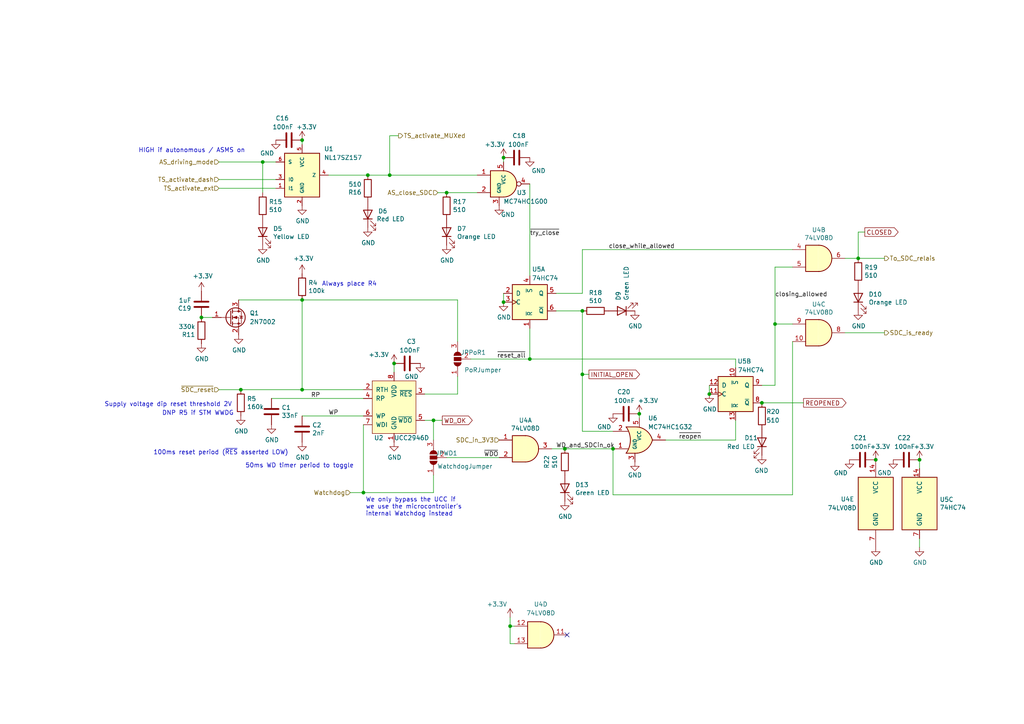
<source format=kicad_sch>
(kicad_sch (version 20211123) (generator eeschema)
  (paper "A4")
  (title_block (title "SDCL - Non-Programmable Logic") (date "2021-12-16") (rev "v1.0") (company "FaSTTUBe - Formula Student Team TU Berlin") (comment 1 "Car 113") (comment 2 "EBS Electronics") (comment 3 "Compliance for rule T 14.5.1 and T 14.5.2") (comment 4 "Hard-Wired logic for SDC relay latching and activation buttons"))
  (lib_symbols
    (symbol "74xx:74HC74" (pin_names (offset 1.016))
      (property "Reference" "U" (at -7.62 8.89 0))
      (property "Value" "74HC74" (at -7.62 -8.89 0))
      (symbol "74HC74_1_0"
        (pin input line (at 0 -7.62 90) (length 2.54) (name "~{R}") (number "1"))
        (pin input line (at -7.62 2.54 0) (length 2.54) (name "D") (number "2"))
        (pin input clock (at -7.62 0 0) (length 2.54) (name "C") (number "3"))
        (pin input line (at 0 7.62 270) (length 2.54) (name "~{S}") (number "4"))
        (pin output line (at 7.62 2.54 180) (length 2.54) (name "Q") (number "5"))
        (pin output line (at 7.62 -2.54 180) (length 2.54) (name "~{Q}") (number "6"))
      )
      (symbol "74HC74_1_1"
        (rectangle (start -5.08 5.08) (end 5.08 -5.08) (stroke (width 0.254)) (fill (type background)))
      )
      (symbol "74HC74_2_0"
        (pin input line (at 0 7.62 270) (length 2.54) (name "~{S}") (number "10"))
        (pin input clock (at -7.62 0 0) (length 2.54) (name "C") (number "11"))
        (pin input line (at -7.62 2.54 0) (length 2.54) (name "D") (number "12"))
        (pin input line (at 0 -7.62 90) (length 2.54) (name "~{R}") (number "13"))
        (pin output line (at 7.62 -2.54 180) (length 2.54) (name "~{Q}") (number "8"))
        (pin output line (at 7.62 2.54 180) (length 2.54) (name "Q") (number "9"))
      )
      (symbol "74HC74_2_1"
        (rectangle (start -5.08 5.08) (end 5.08 -5.08) (stroke (width 0.254)) (fill (type background)))
      )
      (symbol "74HC74_3_0"
        (pin power_in line (at 0 10.16 270) (length 2.54) (name "VCC") (number "14"))
        (pin power_in line (at 0 -10.16 90) (length 2.54) (name "GND") (number "7"))
      )
      (symbol "74HC74_3_1"
        (rectangle (start -5.08 7.62) (end 5.08 -7.62) (stroke (width 0.254)) (fill (type background)))
      )
    )
    (symbol "Custom:74LV08D" (pin_names (offset 1.016))
      (property "Reference" "U" (at 3.81 6.35 0))
      (property "Value" "74LV08D" (at 7.62 3.81 0))
      (symbol "74LV08D_1_1"
        (arc (start 0 -3.81) (mid 3.81 0) (end 0 3.81) (stroke (width 0.254)) (fill (type background)))
        (polyline (pts (xy 0 3.81) (xy -3.81 3.81) (xy -3.81 -3.81) (xy 0 -3.81)) (stroke (width 0.254)) (fill (type background)))
        (pin input line (at -7.62 2.54 0) (length 3.81) (name "~") (number "1"))
        (pin input line (at -7.62 -2.54 0) (length 3.81) (name "~") (number "2"))
        (pin output line (at 7.62 0 180) (length 3.81) (name "~") (number "3"))
      )
      (symbol "74LV08D_1_2"
        (arc (start -3.81 -3.81) (mid -2.589 0) (end -3.81 3.81) (stroke (width 0.254)))
        (arc (start -0.6096 -3.81) (mid 2.1842 -2.5851) (end 3.81 0) (stroke (width 0.254)) (fill (type background)))
        (polyline (pts (xy -3.81 -3.81) (xy -0.635 -3.81)) (stroke (width 0.254)) (fill (type background)))
        (polyline (pts (xy -3.81 3.81) (xy -0.635 3.81)) (stroke (width 0.254)) (fill (type background)))
        (polyline (pts (xy -0.635 3.81) (xy -3.81 3.81) (xy -3.81 3.81) (xy -3.556 3.4036) (xy -3.0226 2.2606) (xy -2.6924 1.0414) (xy -2.6162 -0.254) (xy -2.7686 -1.4986) (xy -3.175 -2.7178) (xy -3.81 -3.81) (xy -3.81 -3.81) (xy -0.635 -3.81)) (stroke (width -25.4)) (fill (type background)))
        (arc (start 3.81 0) (mid 2.1915 2.5936) (end -0.6096 3.81) (stroke (width 0.254)) (fill (type background)))
        (pin input inverted (at -7.62 2.54 0) (length 4.318) (name "~") (number "1"))
        (pin input inverted (at -7.62 -2.54 0) (length 4.318) (name "~") (number "2"))
        (pin output inverted (at 7.62 0 180) (length 3.81) (name "~") (number "3"))
      )
      (symbol "74LV08D_2_1"
        (arc (start 0 -3.81) (mid 3.81 0) (end 0 3.81) (stroke (width 0.254)) (fill (type background)))
        (polyline (pts (xy 0 3.81) (xy -3.81 3.81) (xy -3.81 -3.81) (xy 0 -3.81)) (stroke (width 0.254)) (fill (type background)))
        (pin input line (at -7.62 2.54 0) (length 3.81) (name "~") (number "4"))
        (pin input line (at -7.62 -2.54 0) (length 3.81) (name "~") (number "5"))
        (pin output line (at 7.62 0 180) (length 3.81) (name "~") (number "6"))
      )
      (symbol "74LV08D_2_2"
        (arc (start -3.81 -3.81) (mid -2.589 0) (end -3.81 3.81) (stroke (width 0.254)))
        (arc (start -0.6096 -3.81) (mid 2.1842 -2.5851) (end 3.81 0) (stroke (width 0.254)) (fill (type background)))
        (polyline (pts (xy -3.81 -3.81) (xy -0.635 -3.81)) (stroke (width 0.254)) (fill (type background)))
        (polyline (pts (xy -3.81 3.81) (xy -0.635 3.81)) (stroke (width 0.254)) (fill (type background)))
        (polyline (pts (xy -0.635 3.81) (xy -3.81 3.81) (xy -3.81 3.81) (xy -3.556 3.4036) (xy -3.0226 2.2606) (xy -2.6924 1.0414) (xy -2.6162 -0.254) (xy -2.7686 -1.4986) (xy -3.175 -2.7178) (xy -3.81 -3.81) (xy -3.81 -3.81) (xy -0.635 -3.81)) (stroke (width -25.4)) (fill (type background)))
        (arc (start 3.81 0) (mid 2.1915 2.5936) (end -0.6096 3.81) (stroke (width 0.254)) (fill (type background)))
        (pin input inverted (at -7.62 2.54 0) (length 4.318) (name "~") (number "4"))
        (pin input inverted (at -7.62 -2.54 0) (length 4.318) (name "~") (number "5"))
        (pin output inverted (at 7.62 0 180) (length 3.81) (name "~") (number "6"))
      )
      (symbol "74LV08D_3_1"
        (arc (start 0 -3.81) (mid 3.81 0) (end 0 3.81) (stroke (width 0.254)) (fill (type background)))
        (polyline (pts (xy 0 3.81) (xy -3.81 3.81) (xy -3.81 -3.81) (xy 0 -3.81)) (stroke (width 0.254)) (fill (type background)))
        (pin input line (at -7.62 -2.54 0) (length 3.81) (name "~") (number "10"))
        (pin output line (at 7.62 0 180) (length 3.81) (name "~") (number "8"))
        (pin input line (at -7.62 2.54 0) (length 3.81) (name "~") (number "9"))
      )
      (symbol "74LV08D_3_2"
        (arc (start -3.81 -3.81) (mid -2.589 0) (end -3.81 3.81) (stroke (width 0.254)))
        (arc (start -0.6096 -3.81) (mid 2.1842 -2.5851) (end 3.81 0) (stroke (width 0.254)) (fill (type background)))
        (polyline (pts (xy -3.81 -3.81) (xy -0.635 -3.81)) (stroke (width 0.254)) (fill (type background)))
        (polyline (pts (xy -3.81 3.81) (xy -0.635 3.81)) (stroke (width 0.254)) (fill (type background)))
        (polyline (pts (xy -0.635 3.81) (xy -3.81 3.81) (xy -3.81 3.81) (xy -3.556 3.4036) (xy -3.0226 2.2606) (xy -2.6924 1.0414) (xy -2.6162 -0.254) (xy -2.7686 -1.4986) (xy -3.175 -2.7178) (xy -3.81 -3.81) (xy -3.81 -3.81) (xy -0.635 -3.81)) (stroke (width -25.4)) (fill (type background)))
        (arc (start 3.81 0) (mid 2.1915 2.5936) (end -0.6096 3.81) (stroke (width 0.254)) (fill (type background)))
        (pin input inverted (at -7.62 -2.54 0) (length 4.318) (name "~") (number "10"))
        (pin output inverted (at 7.62 0 180) (length 3.81) (name "~") (number "8"))
        (pin input inverted (at -7.62 2.54 0) (length 4.318) (name "~") (number "9"))
      )
      (symbol "74LV08D_4_1"
        (arc (start 0 -3.81) (mid 3.81 0) (end 0 3.81) (stroke (width 0.254)) (fill (type background)))
        (polyline (pts (xy 0 3.81) (xy -3.81 3.81) (xy -3.81 -3.81) (xy 0 -3.81)) (stroke (width 0.254)) (fill (type background)))
        (pin output line (at 7.62 0 180) (length 3.81) (name "~") (number "11"))
        (pin input line (at -7.62 2.54 0) (length 3.81) (name "~") (number "12"))
        (pin input line (at -7.62 -2.54 0) (length 3.81) (name "~") (number "13"))
      )
      (symbol "74LV08D_4_2"
        (arc (start -3.81 -3.81) (mid -2.589 0) (end -3.81 3.81) (stroke (width 0.254)))
        (arc (start -0.6096 -3.81) (mid 2.1842 -2.5851) (end 3.81 0) (stroke (width 0.254)) (fill (type background)))
        (polyline (pts (xy -3.81 -3.81) (xy -0.635 -3.81)) (stroke (width 0.254)) (fill (type background)))
        (polyline (pts (xy -3.81 3.81) (xy -0.635 3.81)) (stroke (width 0.254)) (fill (type background)))
        (polyline (pts (xy -0.635 3.81) (xy -3.81 3.81) (xy -3.81 3.81) (xy -3.556 3.4036) (xy -3.0226 2.2606) (xy -2.6924 1.0414) (xy -2.6162 -0.254) (xy -2.7686 -1.4986) (xy -3.175 -2.7178) (xy -3.81 -3.81) (xy -3.81 -3.81) (xy -0.635 -3.81)) (stroke (width -25.4)) (fill (type background)))
        (arc (start 3.81 0) (mid 2.1915 2.5936) (end -0.6096 3.81) (stroke (width 0.254)) (fill (type background)))
        (pin output inverted (at 7.62 0 180) (length 3.81) (name "~") (number "11"))
        (pin input inverted (at -7.62 2.54 0) (length 4.318) (name "~") (number "12"))
        (pin input inverted (at -7.62 -2.54 0) (length 4.318) (name "~") (number "13"))
      )
      (symbol "74LV08D_5_0"
        (pin power_in line (at 0 12.7 270) (length 5.08) (name "VCC") (number "14"))
        (pin power_in line (at 0 -12.7 90) (length 5.08) (name "GND") (number "7"))
      )
      (symbol "74LV08D_5_1"
        (rectangle (start -5.08 7.62) (end 5.08 -7.62) (stroke (width 0.254)) (fill (type background)))
      )
    )
    (symbol "Custom:MC74HC1G00" (pin_names (offset 1.016))
      (property "Reference" "U" (at 1.27 7.62 0))
      (property "Value" "MC74HC1G00" (at 7.62 5.08 0))
      (symbol "MC74HC1G00_1_1"
        (arc (start 0 -3.81) (mid 3.81 0) (end 0 3.81) (stroke (width 0.254)) (fill (type background)))
        (polyline (pts (xy 0 3.81) (xy -3.81 3.81) (xy -3.81 -3.81) (xy 0 -3.81)) (stroke (width 0.254)) (fill (type background)))
        (pin input line (at -7.62 2.54 0) (length 3.81) (name "~") (number "1"))
        (pin input line (at -7.62 -2.54 0) (length 3.81) (name "~") (number "2"))
        (pin power_in line (at -1.27 -6.35 90) (length 2.54) (name "GND") (number "3"))
        (pin output inverted (at 7.62 0 180) (length 3.81) (name "~") (number "4"))
        (pin power_in line (at 0 6.35 270) (length 2.54) (name "VCC") (number "5"))
      )
      (symbol "MC74HC1G00_1_2"
        (arc (start -3.81 -3.81) (mid -2.589 0) (end -3.81 3.81) (stroke (width 0.254)))
        (arc (start -0.6096 -3.81) (mid 2.1842 -2.5851) (end 3.81 0) (stroke (width 0.254)) (fill (type background)))
        (polyline (pts (xy -3.81 -3.81) (xy -0.635 -3.81)) (stroke (width 0.254)) (fill (type background)))
        (polyline (pts (xy -3.81 3.81) (xy -0.635 3.81)) (stroke (width 0.254)) (fill (type background)))
        (polyline (pts (xy -0.635 3.81) (xy -3.81 3.81) (xy -3.81 3.81) (xy -3.556 3.4036) (xy -3.0226 2.2606) (xy -2.6924 1.0414) (xy -2.6162 -0.254) (xy -2.7686 -1.4986) (xy -3.175 -2.7178) (xy -3.81 -3.81) (xy -3.81 -3.81) (xy -0.635 -3.81)) (stroke (width -25.4)) (fill (type background)))
        (arc (start 3.81 0) (mid 2.1915 2.5936) (end -0.6096 3.81) (stroke (width 0.254)) (fill (type background)))
        (pin input inverted (at -7.62 2.54 0) (length 4.318) (name "~") (number "1"))
        (pin input inverted (at -7.62 -2.54 0) (length 4.318) (name "~") (number "2"))
        (pin output line (at 7.62 0 180) (length 3.81) (name "~") (number "3"))
      )
    )
    (symbol "Custom:MC74HC1G32" (pin_names (offset 1.016))
      (property "Reference" "U6" (at 2.54 6.35 0))
      (property "Value" "MC74HC1G32" (at 2.54 3.81 0))
      (symbol "MC74HC1G32_1_1"
        (arc (start -3.81 -3.81) (mid -2.589 0) (end -3.81 3.81) (stroke (width 0.254)))
        (arc (start -0.6096 -3.81) (mid 2.1842 -2.5851) (end 3.81 0) (stroke (width 0.254)) (fill (type background)))
        (polyline (pts (xy -3.81 -3.81) (xy -0.635 -3.81)) (stroke (width 0.254)) (fill (type background)))
        (polyline (pts (xy -3.81 3.81) (xy -0.635 3.81)) (stroke (width 0.254)) (fill (type background)))
        (polyline (pts (xy -0.635 3.81) (xy -3.81 3.81) (xy -3.81 3.81) (xy -3.556 3.4036) (xy -3.0226 2.2606) (xy -2.6924 1.0414) (xy -2.6162 -0.254) (xy -2.7686 -1.4986) (xy -3.175 -2.7178) (xy -3.81 -3.81) (xy -3.81 -3.81) (xy -0.635 -3.81)) (stroke (width -25.4)) (fill (type background)))
        (arc (start 3.81 0) (mid 2.1915 2.5936) (end -0.6096 3.81) (stroke (width 0.254)) (fill (type background)))
        (pin input line (at -7.62 -2.54 0) (length 4.318) (name "~") (number "1"))
        (pin input line (at -7.62 2.54 0) (length 4.318) (name "~") (number "2"))
        (pin power_in line (at -1.27 -6.35 90) (length 2.54) (name "GND") (number "3"))
        (pin output line (at 7.62 0 180) (length 3.81) (name "~") (number "4"))
        (pin power_in line (at 0 6.35 270) (length 2.54) (name "VCC") (number "5"))
      )
      (symbol "MC74HC1G32_1_2"
        (arc (start 0 -3.81) (mid 3.81 0) (end 0 3.81) (stroke (width 0.254)) (fill (type background)))
        (polyline (pts (xy 0 3.81) (xy -3.81 3.81) (xy -3.81 -3.81) (xy 0 -3.81)) (stroke (width 0.254)) (fill (type background)))
        (pin input inverted (at -7.62 2.54 0) (length 3.81) (name "~") (number "1"))
        (pin input inverted (at -7.62 -2.54 0) (length 3.81) (name "~") (number "2"))
        (pin output inverted (at 7.62 0 180) (length 3.81) (name "~") (number "3"))
      )
    )
    (symbol "Custom:NL17SZ157" (pin_names (offset 1.016))
      (property "Reference" "U" (at 0 15.24 0))
      (property "Value" "NL17SZ157" (at 0 12.7 0))
      (symbol "NL17SZ157_1_1"
        (rectangle (start -5.08 6.35) (end 5.08 -6.35) (stroke (width 0.254)) (fill (type background)))
        (pin input line (at -7.62 -3.81 0) (length 2.54) (name "I1") (number "1"))
        (pin power_in line (at 0 -8.89 90) (length 2.54) (name "GND") (number "2"))
        (pin input line (at -7.62 -1.27 0) (length 2.54) (name "I0") (number "3"))
        (pin output line (at 7.62 0 180) (length 2.54) (name "Z") (number "4"))
        (pin power_in line (at 0 8.89 270) (length 2.54) (name "VCC") (number "5"))
        (pin input line (at -7.62 3.81 0) (length 2.54) (name "S") (number "6"))
      )
    )
    (symbol "Custom:UCC2946" (pin_names (offset 1.016))
      (property "Reference" "U" (at 0 15.24 0))
      (property "Value" "UCC2946" (at 0 12.7 0))
      (symbol "UCC2946_0_1"
        (rectangle (start -6.35 7.62) (end 6.35 -7.62) (fill (type background)))
      )
      (symbol "UCC2946_1_1"
        (pin power_in line (at 0 -10.16 90) (length 2.54) (name "GND") (number "1"))
        (pin input line (at -8.89 5.08 0) (length 2.54) (name "RTH") (number "2"))
        (pin input line (at 8.89 3.81 180) (length 2.54) (name "~{RES}") (number "3"))
        (pin input line (at -8.89 2.54 0) (length 2.54) (name "RP") (number "4"))
        (pin input line (at 8.89 -3.81 180) (length 2.54) (name "~{WDO}") (number "5"))
        (pin input line (at -8.89 -2.54 0) (length 2.54) (name "WP") (number "6"))
        (pin input line (at -8.89 -5.08 0) (length 2.54) (name "WDI") (number "7"))
        (pin power_in line (at 0 10.16 270) (length 2.54) (name "VDD") (number "8"))
      )
    )
    (symbol "Device:C" (pin_numbers hide) (pin_names (offset 0.254))
      (property "Reference" "C" (at 0.635 2.54 0))
      (property "Value" "C" (at 0.635 -2.54 0))
      (symbol "C_0_1"
        (polyline (pts (xy -2.032 -0.762) (xy 2.032 -0.762)) (stroke (width 0.508)))
        (polyline (pts (xy -2.032 0.762) (xy 2.032 0.762)) (stroke (width 0.508)))
      )
      (symbol "C_1_1"
        (pin passive line (at 0 3.81 270) (length 2.794) (name "~") (number "1"))
        (pin passive line (at 0 -3.81 90) (length 2.794) (name "~") (number "2"))
      )
    )
    (symbol "Device:LED" (pin_numbers hide) (pin_names (offset 1.016) hide)
      (property "Reference" "D" (at 0 2.54 0))
      (property "Value" "LED" (at 0 -2.54 0))
      (symbol "LED_0_1"
        (polyline (pts (xy -1.27 -1.27) (xy -1.27 1.27)) (stroke (width 0.254)))
        (polyline (pts (xy -1.27 0) (xy 1.27 0)))
        (polyline (pts (xy 1.27 -1.27) (xy 1.27 1.27) (xy -1.27 0) (xy 1.27 -1.27)) (stroke (width 0.254)))
        (polyline (pts (xy -3.048 -0.762) (xy -4.572 -2.286) (xy -3.81 -2.286) (xy -4.572 -2.286) (xy -4.572 -1.524)))
        (polyline (pts (xy -1.778 -0.762) (xy -3.302 -2.286) (xy -2.54 -2.286) (xy -3.302 -2.286) (xy -3.302 -1.524)))
      )
      (symbol "LED_1_1"
        (pin passive line (at -3.81 0 0) (length 2.54) (name "K") (number "1"))
        (pin passive line (at 3.81 0 180) (length 2.54) (name "A") (number "2"))
      )
    )
    (symbol "Device:Q_NMOS_GSD" (pin_names (offset 0) hide)
      (property "Reference" "Q" (at 5.08 1.27 0))
      (property "Value" "Q_NMOS_GSD" (at 5.08 -1.27 0))
      (symbol "Q_NMOS_GSD_0_1"
        (polyline (pts (xy 0.254 0) (xy -2.54 0)))
        (polyline (pts (xy 0.254 1.905) (xy 0.254 -1.905)) (stroke (width 0.254)))
        (polyline (pts (xy 0.762 -1.27) (xy 0.762 -2.286)) (stroke (width 0.254)))
        (polyline (pts (xy 0.762 0.508) (xy 0.762 -0.508)) (stroke (width 0.254)))
        (polyline (pts (xy 0.762 2.286) (xy 0.762 1.27)) (stroke (width 0.254)))
        (polyline (pts (xy 2.54 2.54) (xy 2.54 1.778)))
        (polyline (pts (xy 2.54 -2.54) (xy 2.54 0) (xy 0.762 0)))
        (polyline (pts (xy 0.762 -1.778) (xy 3.302 -1.778) (xy 3.302 1.778) (xy 0.762 1.778)))
        (polyline (pts (xy 1.016 0) (xy 2.032 0.381) (xy 2.032 -0.381) (xy 1.016 0)) (fill (type outline)))
        (polyline (pts (xy 2.794 0.508) (xy 2.921 0.381) (xy 3.683 0.381) (xy 3.81 0.254)))
        (polyline (pts (xy 3.302 0.381) (xy 2.921 -0.254) (xy 3.683 -0.254) (xy 3.302 0.381)))
        (circle (center 1.651 0) (radius 2.794) (stroke (width 0.254)))
        (circle (center 2.54 -1.778) (radius 0.254) (fill (type outline)))
        (circle (center 2.54 1.778) (radius 0.254) (fill (type outline)))
      )
      (symbol "Q_NMOS_GSD_1_1"
        (pin input line (at -5.08 0 0) (length 2.54) (name "G") (number "1"))
        (pin passive line (at 2.54 -5.08 90) (length 2.54) (name "S") (number "2"))
        (pin passive line (at 2.54 5.08 270) (length 2.54) (name "D") (number "3"))
      )
    )
    (symbol "Device:R" (pin_numbers hide) (pin_names (offset 0))
      (property "Reference" "R" (at 2.032 0 90))
      (property "Value" "R" (at 0 0 90))
      (symbol "R_0_1"
        (rectangle (start -1.016 -2.54) (end 1.016 2.54) (stroke (width 0.254)))
      )
      (symbol "R_1_1"
        (pin passive line (at 0 3.81 270) (length 1.27) (name "~") (number "1"))
        (pin passive line (at 0 -3.81 90) (length 1.27) (name "~") (number "2"))
      )
    )
    (symbol "Jumper:SolderJumper_3_Open" (pin_names (offset 0) hide)
      (property "Reference" "JP" (at -2.54 -2.54 0))
      (property "Value" "SolderJumper_3_Open" (at 0 2.794 0))
      (symbol "SolderJumper_3_Open_0_1"
        (arc (start -1.016 1.016) (mid -2.032 0) (end -1.016 -1.016))
        (arc (start -1.016 1.016) (mid -2.032 0) (end -1.016 -1.016) (fill (type outline)))
        (rectangle (start -0.508 1.016) (end 0.508 -1.016) (fill (type outline)))
        (polyline (pts (xy -2.54 0) (xy -2.032 0)))
        (polyline (pts (xy -1.016 1.016) (xy -1.016 -1.016)))
        (polyline (pts (xy 0 -1.27) (xy 0 -1.016)))
        (polyline (pts (xy 1.016 1.016) (xy 1.016 -1.016)))
        (polyline (pts (xy 2.54 0) (xy 2.032 0)))
        (arc (start 1.016 -1.016) (mid 2.032 0) (end 1.016 1.016))
        (arc (start 1.016 -1.016) (mid 2.032 0) (end 1.016 1.016) (fill (type outline)))
      )
      (symbol "SolderJumper_3_Open_1_1"
        (pin passive line (at -5.08 0 0) (length 2.54) (name "A") (number "1"))
        (pin passive line (at 0 -3.81 90) (length 2.54) (name "C") (number "2"))
        (pin passive line (at 5.08 0 180) (length 2.54) (name "B") (number "3"))
      )
    )
    (symbol "power:+3.3V" (power) (pin_names (offset 0))
      (property "Value" "+3.3V" (at 0 3.556 0))
      (symbol "+3.3V_0_1"
        (polyline (pts (xy -0.762 1.27) (xy 0 2.54)))
        (polyline (pts (xy 0 0) (xy 0 2.54)))
        (polyline (pts (xy 0 2.54) (xy 0.762 1.27)))
      )
      (symbol "+3.3V_1_1"
        (pin power_in line (at 0 0 90) (length 0) hide (name "+3.3V") (number "1"))
      )
    )
    (symbol "power:GND" (power) (pin_names (offset 0))
      (property "Value" "GND" (at 0 -3.81 0))
      (symbol "GND_0_1"
        (polyline (pts (xy 0 0) (xy 0 -1.27) (xy 1.27 -1.27) (xy 0 -2.54) (xy -1.27 -1.27) (xy 0 -1.27)))
      )
      (symbol "GND_1_1"
        (pin power_in line (at 0 0 270) (length 0) hide (name "GND") (number "1"))
      )
    )
  )
  (junction (at 185.42 120.015))
  (junction (at 168.91 108.585))
  (junction (at 114.3 105.41))
  (junction (at 224.79 93.98))
  (junction (at 113.03 50.8))
  (junction (at 87.63 86.995))
  (junction (at 220.98 116.84))
  (junction (at 168.91 90.17))
  (junction (at 248.92 74.93))
  (junction (at 266.7 133.35))
  (junction (at 146.05 87.63))
  (junction (at 125.73 121.92))
  (junction (at 105.41 142.875))
  (junction (at 163.83 130.175))
  (junction (at 146.05 45.72))
  (junction (at 177.8 130.175))
  (junction (at 106.68 50.8))
  (junction (at 153.67 104.14))
  (junction (at 147.955 181.61))
  (junction (at 58.42 92.075))
  (junction (at 254 133.35))
  (junction (at 129.54 55.88))
  (junction (at 69.85 113.03))
  (junction (at 87.63 113.03))
  (junction (at 76.2 46.99))
  (junction (at 87.63 40.64))
  (junction (at 205.74 114.3))
  (no_connect (at 164.465 184.15))
  (wire (pts (xy 63.5 54.61) (xy 80.01 54.61)))
  (wire (pts (xy 245.11 96.52) (xy 256.54 96.52)))
  (wire (pts (xy 224.79 111.76) (xy 224.79 93.98)))
  (wire (pts (xy 161.29 85.09) (xy 168.91 85.09)))
  (wire (pts (xy 213.36 104.14) (xy 153.67 104.14)))
  (wire (pts (xy 128.27 121.92) (xy 125.73 121.92)))
  (wire (pts (xy 113.03 50.8) (xy 138.43 50.8)))
  (wire (pts (xy 127 55.88) (xy 129.54 55.88)))
  (wire (pts (xy 113.03 39.37) (xy 115.57 39.37)))
  (wire (pts (xy 153.67 53.34) (xy 153.67 80.01)))
  (wire (pts (xy 87.63 40.64) (xy 87.63 41.91)))
  (wire (pts (xy 168.91 108.585) (xy 168.91 125.095)))
  (wire (pts (xy 69.85 113.03) (xy 87.63 113.03)))
  (wire (pts (xy 132.715 99.06) (xy 132.715 86.995)))
  (wire (pts (xy 250.825 67.31) (xy 248.92 67.31)))
  (wire (pts (xy 224.79 93.98) (xy 224.79 77.47)))
  (wire (pts (xy 123.19 114.3) (xy 132.715 114.3)))
  (wire (pts (xy 106.68 50.8) (xy 113.03 50.8)))
  (wire (pts (xy 125.73 127.635) (xy 125.73 121.92)))
  (wire (pts (xy 63.5 46.99) (xy 76.2 46.99)))
  (wire (pts (xy 224.79 77.47) (xy 229.87 77.47)))
  (wire (pts (xy 136.525 104.14) (xy 153.67 104.14)))
  (wire (pts (xy 129.54 55.88) (xy 138.43 55.88)))
  (wire (pts (xy 213.36 127.635) (xy 213.36 121.92)))
  (wire (pts (xy 76.2 46.99) (xy 76.2 55.88)))
  (wire (pts (xy 125.73 137.795) (xy 125.73 142.875)))
  (wire (pts (xy 168.91 90.17) (xy 161.29 90.17)))
  (wire (pts (xy 163.83 130.175) (xy 177.8 130.175)))
  (wire (pts (xy 95.25 50.8) (xy 106.68 50.8)))
  (wire (pts (xy 185.42 120.015) (xy 185.42 121.285)))
  (wire (pts (xy 168.91 90.17) (xy 168.91 108.585)))
  (wire (pts (xy 213.36 104.14) (xy 213.36 106.68)))
  (wire (pts (xy 63.5 113.03) (xy 69.85 113.03)))
  (wire (pts (xy 266.7 135.89) (xy 266.7 133.35)))
  (wire (pts (xy 78.74 115.57) (xy 105.41 115.57)))
  (wire (pts (xy 193.04 127.635) (xy 213.36 127.635)))
  (wire (pts (xy 58.42 92.075) (xy 61.595 92.075)))
  (wire (pts (xy 177.8 143.51) (xy 177.8 130.175)))
  (wire (pts (xy 114.3 105.41) (xy 114.3 107.95)))
  (wire (pts (xy 129.54 132.715) (xy 144.78 132.715)))
  (wire (pts (xy 153.67 95.25) (xy 153.67 104.14)))
  (wire (pts (xy 168.91 72.39) (xy 168.91 85.09)))
  (wire (pts (xy 123.19 121.92) (xy 125.73 121.92)))
  (wire (pts (xy 220.98 116.84) (xy 233.045 116.84)))
  (wire (pts (xy 87.63 86.995) (xy 87.63 113.03)))
  (wire (pts (xy 220.98 111.76) (xy 224.79 111.76)))
  (wire (pts (xy 125.73 142.875) (xy 105.41 142.875)))
  (wire (pts (xy 266.7 158.75) (xy 266.7 156.21)))
  (wire (pts (xy 160.02 130.175) (xy 163.83 130.175)))
  (wire (pts (xy 248.92 74.93) (xy 256.54 74.93)))
  (wire (pts (xy 101.6 142.875) (xy 105.41 142.875)))
  (wire (pts (xy 147.955 181.61) (xy 147.955 186.69)))
  (wire (pts (xy 146.05 45.72) (xy 146.05 46.99)))
  (wire (pts (xy 147.955 179.07) (xy 147.955 181.61)))
  (wire (pts (xy 147.955 181.61) (xy 149.225 181.61)))
  (wire (pts (xy 87.63 86.995) (xy 69.215 86.995)))
  (wire (pts (xy 63.5 52.07) (xy 80.01 52.07)))
  (wire (pts (xy 168.91 125.095) (xy 177.8 125.095)))
  (wire (pts (xy 205.74 111.76) (xy 205.74 114.3)))
  (wire (pts (xy 248.92 67.31) (xy 248.92 74.93)))
  (wire (pts (xy 146.05 85.09) (xy 146.05 87.63)))
  (wire (pts (xy 87.63 113.03) (xy 105.41 113.03)))
  (wire (pts (xy 113.03 39.37) (xy 113.03 50.8)))
  (wire (pts (xy 229.87 93.98) (xy 224.79 93.98)))
  (wire (pts (xy 168.91 72.39) (xy 229.87 72.39)))
  (wire (pts (xy 105.41 142.875) (xy 105.41 123.19)))
  (wire (pts (xy 132.715 109.22) (xy 132.715 114.3)))
  (wire (pts (xy 147.955 186.69) (xy 149.225 186.69)))
  (wire (pts (xy 76.2 46.99) (xy 80.01 46.99)))
  (wire (pts (xy 168.91 108.585) (xy 170.815 108.585)))
  (wire (pts (xy 245.11 74.93) (xy 248.92 74.93)))
  (wire (pts (xy 229.87 99.06) (xy 229.87 143.51)))
  (wire (pts (xy 87.63 86.995) (xy 132.715 86.995)))
  (wire (pts (xy 229.87 143.51) (xy 177.8 143.51)))
  (wire (pts (xy 87.63 120.65) (xy 105.41 120.65)))
  (text "Supply voltage dip reset threshold 2V" (at 67.31 118.11 180) (effects (font (size 1.27 1.27)) (justify right bottom)))
  (text "100ms reset period (~{RES} asserted LOW)" (at 44.45 132.08 0) (effects (font (size 1.27 1.27)) (justify left bottom)))
  (text "50ms WD timer period to toggle" (at 71.12 135.89 0) (effects (font (size 1.27 1.27)) (justify left bottom)))
  (text "Always place R4" (at 93.345 83.185 0) (effects (font (size 1.27 1.27)) (justify left bottom)))
  (text "HIGH if autonomous / ASMS on" (at 71.12 44.45 180) (effects (font (size 1.27 1.27)) (justify right bottom)))
  (text "We only bypass the UCC if\nwe use the microcontroller's\ninternal Watchdog instead\n" (at 106.045 149.86 0) (effects (font (size 1.27 1.27)) (justify left bottom)))
  (text "DNP R5 if STM WWDG" (at 46.99 120.65 0) (effects (font (size 1.27 1.27)) (justify left bottom)))
  (label "~{reopen}" (at 196.85 127.635 0))
  (label "WP" (at 95.25 120.65 0))
  (label "WD_and_SDCin_ok" (at 161.29 130.175 0))
  (label "close_while_allowed" (at 176.53 72.39 0))
  (label "~{reset_all}" (at 144.145 104.14 0))
  (label "closing_allowed" (at 224.79 86.36 0))
  (label "~{WDO}" (at 140.335 132.715 0))
  (label "RP" (at 90.17 115.57 0))
  (label "~{try_close}" (at 153.67 68.58 0))
  (global_label "WD_OK" (shape output) (at 128.27 121.92 0) (property "Intersheet References" "${INTERSHEET_REFS}" (effects hide)))
  (global_label "CLOSED" (shape output) (at 250.825 67.31 0) (property "Intersheet References" "${INTERSHEET_REFS}" (effects hide)))
  (global_label "INITIAL_OPEN" (shape output) (at 170.815 108.585 0) (property "Intersheet References" "${INTERSHEET_REFS}" (effects hide)))
  (global_label "REOPENED" (shape output) (at 233.045 116.84 0) (property "Intersheet References" "${INTERSHEET_REFS}" (effects hide)))
  (hierarchical_label "SDC_in_3V3" (shape input) (at 144.78 127.635 180))
  (hierarchical_label "TS_activate_dash" (shape input) (at 63.5 52.07 180))
  (hierarchical_label "~{SDC_reset}" (shape input) (at 63.5 113.03 180))
  (hierarchical_label "AS_close_SDC" (shape input) (at 127 55.88 180))
  (hierarchical_label "SDC_is_ready" (shape output) (at 256.54 96.52 0))
  (hierarchical_label "TS_activate_MUXed" (shape output) (at 115.57 39.37 0))
  (hierarchical_label "AS_driving_mode" (shape input) (at 63.5 46.99 180))
  (hierarchical_label "TS_activate_ext" (shape input) (at 63.5 54.61 180))
  (hierarchical_label "Watchdog" (shape input) (at 101.6 142.875 180))
  (hierarchical_label "To_SDC_relais" (shape output) (at 256.54 74.93 0))
  (symbol (lib_id "Device:C") (at 78.74 119.38 0) (unit 1)
    (property "Reference" "C1" (at 81.661 118.2116 0) (effects (justify left)))
    (property "Value" "33nF" (at 81.661 120.523 0) (effects (justify left)))
    (property "Footprint" "Capacitor_SMD:C_0603_1608Metric_Pad1.08x0.95mm_HandSolder" (effects hide))
  )
  (symbol (lib_id "Device:C") (at 87.63 124.46 0) (unit 1)
    (property "Reference" "C2" (at 90.551 123.2916 0) (effects (justify left)))
    (property "Value" "2nF" (at 90.551 125.603 0) (effects (justify left)))
    (property "Footprint" "Capacitor_SMD:C_0603_1608Metric_Pad1.08x0.95mm_HandSolder" (effects hide))
  )
  (symbol (lib_id "Custom:UCC2946") (at 114.3 118.11 0) (unit 1)
    (property "Reference" "U2" (at 109.855 127 0))
    (property "Value" "UCC2946D" (at 119.38 127 0))
    (property "Footprint" "Package_SO:SOIC-8_3.9x4.9mm_P1.27mm" (effects hide))
    (property "Datasheet" "https://www.ti.com/lit/ds/symlink/ucc2946.pdf" (effects hide))
  )
  (symbol (lib_id "Device:C") (at 118.11 105.41 90) (unit 1)
    (property "Reference" "C3" (at 120.65 99.06 90) (effects (justify left)))
    (property "Value" "100nF" (at 121.92 101.6 90) (effects (justify left)))
    (property "Footprint" "Capacitor_SMD:C_0603_1608Metric_Pad1.08x0.95mm_HandSolder" (effects hide))
  )
  (symbol (lib_id "Device:R") (at 69.85 116.84 0) (unit 1)
    (property "Reference" "R5" (at 71.628 115.6716 0) (effects (justify left)))
    (property "Value" "160k" (at 71.628 117.983 0) (effects (justify left)))
    (property "Footprint" "Resistor_SMD:R_0603_1608Metric_Pad0.98x0.95mm_HandSolder" (effects hide))
  )
  (symbol (lib_id "Device:R") (at 87.63 83.185 0) (unit 1)
    (property "Reference" "R4" (at 89.408 82.0166 0) (effects (justify left)))
    (property "Value" "100k" (at 89.408 84.328 0) (effects (justify left)))
    (property "Footprint" "Resistor_SMD:R_0603_1608Metric_Pad0.98x0.95mm_HandSolder" (effects hide))
  )
  (symbol (lib_id "Custom:MC74HC1G00") (at 146.05 53.34 0) (unit 1)
    (property "Reference" "U3" (at 149.86 55.88 0) (effects (justify left)))
    (property "Value" "MC74HC1G00" (at 146.05 58.42 0) (effects (justify left)))
    (property "Footprint" "Package_TO_SOT_SMD:SOT-23-5_HandSoldering" (effects hide))
    (property "Datasheet" "http://www.ti.com/lit/gpn/sn74ls00" (effects hide))
  )
  (symbol (lib_id "power:GND") (at 144.78 59.69 0) (unit 1)
    (property "Reference" "#PWR0122" (effects hide))
    (property "Value" "GND" (at 147.32 62.23 0))
  )
  (symbol (lib_id "Custom:MC74HC1G32") (at 185.42 127.635 0) (unit 1)
    (property "Reference" "U6" (at 187.96 121.285 0) (effects (justify left)))
    (property "Value" "MC74HC1G32" (at 187.96 123.825 0) (effects (justify left)))
    (property "Footprint" "Package_TO_SOT_SMD:SOT-23-5_HandSoldering" (effects hide))
    (property "Datasheet" "https://www.mouser.de/datasheet/2/308/1/MC74HC1G32_D-2315545.pdf" (effects hide))
  )
  (symbol (lib_id "power:GND") (at 184.15 133.985 0) (unit 1)
    (property "Reference" "#PWR0124" (effects hide))
    (property "Value" "GND" (at 184.15 137.795 0))
  )
  (symbol (lib_id "power:+3.3V") (at 185.42 120.015 0) (unit 1)
    (property "Reference" "#PWR0125" (effects hide))
    (property "Value" "+3.3V" (at 187.96 116.205 0))
  )
  (symbol (lib_id "power:GND") (at 121.92 105.41 0) (unit 1)
    (property "Reference" "#PWR0112" (effects hide))
    (property "Value" "GND" (at 119.38 109.22 0))
  )
  (symbol (lib_id "Custom:74LV08D") (at 152.4 130.175 0) (unit 1)
    (property "Reference" "U4" (at 152.4 121.92 0))
    (property "Value" "74LV08D" (at 152.4 124.2314 0))
    (property "Footprint" "Package_SO:SOIC-14_3.9x8.7mm_P1.27mm" (effects hide))
    (property "Datasheet" "https://www.mouser.de/datasheet/2/916/74LV08-1388983.pdf" (effects hide))
  )
  (symbol (lib_id "power:GND") (at 87.63 128.27 0) (unit 1)
    (property "Reference" "#PWR0113" (effects hide))
    (property "Value" "GND" (at 87.757 132.6642 0))
  )
  (symbol (lib_id "Custom:74LV08D") (at 237.49 74.93 0) (unit 2)
    (property "Reference" "U4" (at 237.49 66.675 0))
    (property "Value" "74LV08D" (at 237.49 68.9864 0))
    (property "Footprint" "Package_SO:SOIC-14_3.9x8.7mm_P1.27mm" (effects hide))
    (property "Datasheet" "https://www.mouser.de/datasheet/2/916/74LV08-1388983.pdf" (effects hide))
  )
  (symbol (lib_id "Custom:74LV08D") (at 237.49 96.52 0) (unit 3)
    (property "Reference" "U4" (at 237.49 88.265 0))
    (property "Value" "74LV08D" (at 237.49 90.5764 0))
    (property "Footprint" "Package_SO:SOIC-14_3.9x8.7mm_P1.27mm" (effects hide))
    (property "Datasheet" "https://www.mouser.de/datasheet/2/916/74LV08-1388983.pdf" (effects hide))
  )
  (symbol (lib_id "power:GND") (at 146.05 87.63 0) (unit 1)
    (property "Reference" "#PWR0115" (effects hide))
    (property "Value" "GND" (at 146.177 92.0242 0))
  )
  (symbol (lib_id "Custom:74LV08D") (at 254 146.05 0) (unit 5)
    (property "Reference" "U4" (at 243.84 144.78 0) (effects (justify left)))
    (property "Value" "74LV08D" (at 240.03 147.32 0) (effects (justify left)))
    (property "Footprint" "Package_SO:SOIC-14_3.9x8.7mm_P1.27mm" (effects hide))
    (property "Datasheet" "https://www.mouser.de/datasheet/2/916/74LV08-1388983.pdf" (effects hide))
  )
  (symbol (lib_id "power:GND") (at 205.74 114.3 0) (unit 1)
    (property "Reference" "#PWR0118" (effects hide))
    (property "Value" "GND" (at 205.867 118.6942 0))
  )
  (symbol (lib_id "power:+3.3V") (at 254 133.35 0) (unit 1)
    (property "Reference" "#PWR0126" (effects hide))
    (property "Value" "+3.3V" (at 255.27 129.54 0))
  )
  (symbol (lib_id "power:GND") (at 254 158.75 0) (unit 1)
    (property "Reference" "#PWR0127" (effects hide))
    (property "Value" "GND" (at 254.127 163.1442 0))
  )
  (symbol (lib_id "power:+3.3V") (at 114.3 105.41 0) (unit 1)
    (property "Reference" "#PWR0128" (effects hide))
    (property "Value" "+3.3V" (at 109.855 102.87 0))
  )
  (symbol (lib_id "power:+3.3V") (at 87.63 79.375 0) (unit 1)
    (property "Reference" "#PWR0129" (effects hide))
    (property "Value" "+3.3V" (at 88.011 74.9808 0))
  )
  (symbol (lib_id "power:GND") (at 69.85 120.65 0) (unit 1)
    (property "Reference" "#PWR0130" (effects hide))
    (property "Value" "GND" (at 69.977 125.0442 0))
  )
  (symbol (lib_id "power:GND") (at 78.74 123.19 0) (unit 1)
    (property "Reference" "#PWR0131" (effects hide))
    (property "Value" "GND" (at 78.867 127.5842 0))
  )
  (symbol (lib_id "Custom:NL17SZ157") (at 87.63 50.8 0) (unit 1)
    (property "Reference" "U1" (at 93.98 43.18 0) (effects (justify left)))
    (property "Value" "NL17SZ157" (at 93.98 45.72 0) (effects (justify left)))
    (property "Footprint" "Package_TO_SOT_SMD:SOT-23-6_Handsoldering" (effects hide))
    (property "Datasheet" "https://www.mouser.de/datasheet/2/308/1/NL17SZ157_D-2318109.pdf" (effects hide))
  )
  (symbol (lib_id "power:GND") (at 114.3 128.27 0) (unit 1)
    (property "Reference" "#PWR0132" (effects hide))
    (property "Value" "GND" (at 114.427 132.6642 0))
  )
  (symbol (lib_id "power:GND") (at 87.63 59.69 0) (unit 1)
    (property "Reference" "#PWR0116" (effects hide))
    (property "Value" "GND" (at 87.757 64.0842 0))
  )
  (symbol (lib_id "Device:LED") (at 248.92 86.36 90) (unit 1)
    (property "Reference" "D10" (at 251.9172 85.3694 90) (effects (justify right)))
    (property "Value" "Orange LED" (at 251.9172 87.6808 90) (effects (justify right)))
    (property "Footprint" "Diode_SMD:D_0603_1608Metric_Pad1.05x0.95mm_HandSolder" (effects hide))
  )
  (symbol (lib_id "Device:R") (at 248.92 78.74 0) (unit 1)
    (property "Reference" "R19" (at 250.698 77.5716 0) (effects (justify left)))
    (property "Value" "510" (at 250.698 79.883 0) (effects (justify left)))
    (property "Footprint" "Resistor_SMD:R_0603_1608Metric_Pad0.98x0.95mm_HandSolder" (effects hide))
  )
  (symbol (lib_id "power:GND") (at 248.92 90.17 0) (unit 1)
    (property "Reference" "#PWR0155" (effects hide))
    (property "Value" "GND" (at 249.047 94.5642 0))
  )
  (symbol (lib_id "Device:LED") (at 163.83 141.605 90) (unit 1)
    (property "Reference" "D13" (at 166.8272 140.6144 90) (effects (justify right)))
    (property "Value" "Green LED" (at 166.8272 142.9258 90) (effects (justify right)))
    (property "Footprint" "Diode_SMD:D_0603_1608Metric_Pad1.05x0.95mm_HandSolder" (effects hide))
  )
  (symbol (lib_id "Device:R") (at 163.83 133.985 180) (unit 1)
    (property "Reference" "R22" (at 158.5722 133.985 90))
    (property "Value" "510" (at 160.8836 133.985 90))
    (property "Footprint" "Resistor_SMD:R_0603_1608Metric_Pad0.98x0.95mm_HandSolder" (effects hide))
  )
  (symbol (lib_id "power:GND") (at 163.83 145.415 0) (unit 1)
    (property "Reference" "#PWR0163" (effects hide))
    (property "Value" "GND" (at 163.957 149.8092 0))
  )
  (symbol (lib_id "74xx:74HC74") (at 153.67 87.63 0) (unit 1)
    (property "Reference" "U5" (at 156.21 78.105 0))
    (property "Value" "74HC74" (at 158.115 80.645 0))
    (property "Footprint" "Package_SO:SOIC-14_3.9x8.7mm_P1.27mm" (effects hide))
    (property "Datasheet" "https://www.mouser.de/datasheet/2/916/74HC_HCT74-1319854.pdf" (effects hide))
  )
  (symbol (lib_id "Device:LED") (at 220.98 128.27 270) (mirror x) (unit 1)
    (property "Reference" "D11" (at 215.9 127 90) (effects (justify left)))
    (property "Value" "Red LED" (at 210.82 129.54 90) (effects (justify left)))
    (property "Footprint" "Diode_SMD:D_0603_1608Metric_Pad1.05x0.95mm_HandSolder" (effects hide))
  )
  (symbol (lib_id "Device:R") (at 220.98 120.65 0) (mirror y) (unit 1)
    (property "Reference" "R20" (at 222.25 119.38 0) (effects (justify right)))
    (property "Value" "510" (at 222.25 121.92 0) (effects (justify right)))
    (property "Footprint" "Resistor_SMD:R_0603_1608Metric_Pad0.98x0.95mm_HandSolder" (effects hide))
  )
  (symbol (lib_id "power:GND") (at 220.98 132.08 0) (mirror y) (unit 1)
    (property "Reference" "#PWR0157" (effects hide))
    (property "Value" "GND" (at 220.853 136.4742 0))
  )
  (symbol (lib_id "74xx:74HC74") (at 213.36 114.3 0) (unit 2)
    (property "Reference" "U5" (at 215.9 104.775 0))
    (property "Value" "74HC74" (at 217.805 107.315 0))
    (property "Footprint" "Package_SO:SOIC-14_3.9x8.7mm_P1.27mm" (effects hide))
    (property "Datasheet" "https://www.mouser.de/datasheet/2/916/74HC_HCT74-1319854.pdf" (effects hide))
  )
  (symbol (lib_id "74xx:74HC74") (at 266.7 146.05 0) (unit 3)
    (property "Reference" "U5" (at 272.542 144.8816 0) (effects (justify left)))
    (property "Value" "74HC74" (at 272.542 147.193 0) (effects (justify left)))
    (property "Footprint" "Package_SO:SOIC-14_3.9x8.7mm_P1.27mm" (effects hide))
    (property "Datasheet" "https://www.mouser.de/datasheet/2/916/74HC_HCT74-1319854.pdf" (effects hide))
  )
  (symbol (lib_id "Device:C") (at 250.19 133.35 90) (unit 1)
    (property "Reference" "C21" (at 251.46 127 90) (effects (justify left)))
    (property "Value" "100nF" (at 252.73 129.54 90) (effects (justify left)))
    (property "Footprint" "Capacitor_SMD:C_0603_1608Metric_Pad1.08x0.95mm_HandSolder" (effects hide))
  )
  (symbol (lib_id "power:GND") (at 246.38 133.35 0) (unit 1)
    (property "Reference" "#PWR0117" (effects hide))
    (property "Value" "GND" (at 243.84 137.16 0))
  )
  (symbol (lib_id "Device:LED") (at 180.34 90.17 180) (unit 1)
    (property "Reference" "D9" (at 179.3494 87.1728 90) (effects (justify right)))
    (property "Value" "Green LED" (at 181.6608 87.1728 90) (effects (justify right)))
    (property "Footprint" "Diode_SMD:D_0603_1608Metric_Pad1.05x0.95mm_HandSolder" (effects hide))
  )
  (symbol (lib_id "Device:R") (at 172.72 90.17 90) (unit 1)
    (property "Reference" "R18" (at 172.72 84.9122 90))
    (property "Value" "510" (at 172.72 87.2236 90))
    (property "Footprint" "Resistor_SMD:R_0603_1608Metric_Pad0.98x0.95mm_HandSolder" (effects hide))
  )
  (symbol (lib_id "power:GND") (at 184.15 90.17 0) (unit 1)
    (property "Reference" "#PWR0158" (effects hide))
    (property "Value" "GND" (at 184.277 94.5642 0))
  )
  (symbol (lib_id "Device:C") (at 262.89 133.35 90) (unit 1)
    (property "Reference" "C22" (at 264.16 127 90) (effects (justify left)))
    (property "Value" "100nF" (at 265.43 129.54 90) (effects (justify left)))
    (property "Footprint" "Capacitor_SMD:C_0603_1608Metric_Pad1.08x0.95mm_HandSolder" (effects hide))
  )
  (symbol (lib_id "power:GND") (at 259.08 133.35 0) (unit 1)
    (property "Reference" "#PWR0123" (effects hide))
    (property "Value" "GND" (at 256.54 137.16 0))
  )
  (symbol (lib_id "power:GND") (at 266.7 158.75 0) (unit 1)
    (property "Reference" "#PWR0119" (effects hide))
    (property "Value" "GND" (at 266.827 163.1442 0))
  )
  (symbol (lib_id "power:+3.3V") (at 266.7 133.35 0) (unit 1)
    (property "Reference" "#PWR0120" (effects hide))
    (property "Value" "+3.3V" (at 267.97 129.54 0))
  )
  (symbol (lib_id "Device:C") (at 181.61 120.015 90) (unit 1)
    (property "Reference" "C20" (at 182.88 113.665 90) (effects (justify left)))
    (property "Value" "100nF" (at 184.15 116.205 90) (effects (justify left)))
    (property "Footprint" "Capacitor_SMD:C_0603_1608Metric_Pad1.08x0.95mm_HandSolder" (effects hide))
  )
  (symbol (lib_id "power:GND") (at 177.8 120.015 0) (unit 1)
    (property "Reference" "#PWR0150" (effects hide))
    (property "Value" "GND" (at 175.26 123.825 0))
  )
  (symbol (lib_id "power:+3.3V") (at 146.05 45.72 0) (mirror y) (unit 1)
    (property "Reference" "#PWR0151" (effects hide))
    (property "Value" "+3.3V" (at 143.51 41.91 0))
  )
  (symbol (lib_id "Device:C") (at 149.86 45.72 270) (mirror x) (unit 1)
    (property "Reference" "C18" (at 148.59 39.37 90) (effects (justify left)))
    (property "Value" "100nF" (at 147.32 41.91 90) (effects (justify left)))
    (property "Footprint" "Capacitor_SMD:C_0603_1608Metric_Pad1.08x0.95mm_HandSolder" (effects hide))
  )
  (symbol (lib_id "power:GND") (at 153.67 45.72 0) (mirror y) (unit 1)
    (property "Reference" "#PWR0152" (effects hide))
    (property "Value" "GND" (at 156.21 49.53 0))
  )
  (symbol (lib_id "power:+3.3V") (at 87.63 40.64 0) (unit 1)
    (property "Reference" "#PWR0153" (effects hide))
    (property "Value" "+3.3V" (at 88.9 36.83 0))
  )
  (symbol (lib_id "Device:C") (at 83.82 40.64 90) (unit 1)
    (property "Reference" "C16" (at 83.82 34.29 90) (effects (justify left)))
    (property "Value" "100nF" (at 85.09 36.83 90) (effects (justify left)))
    (property "Footprint" "Capacitor_SMD:C_0603_1608Metric_Pad1.08x0.95mm_HandSolder" (effects hide))
  )
  (symbol (lib_id "power:GND") (at 80.01 40.64 0) (unit 1)
    (property "Reference" "#PWR0154" (effects hide))
    (property "Value" "GND" (at 77.47 44.45 0))
  )
  (symbol (lib_id "Device:LED") (at 76.2 67.31 90) (unit 1)
    (property "Reference" "D5" (at 79.1972 66.3194 90) (effects (justify right)))
    (property "Value" "Yellow LED" (at 79.1972 68.6308 90) (effects (justify right)))
    (property "Footprint" "Diode_SMD:D_0603_1608Metric_Pad1.05x0.95mm_HandSolder" (effects hide))
  )
  (symbol (lib_id "Device:R") (at 76.2 59.69 0) (unit 1)
    (property "Reference" "R15" (at 77.978 58.5216 0) (effects (justify left)))
    (property "Value" "510" (at 77.978 60.833 0) (effects (justify left)))
    (property "Footprint" "Resistor_SMD:R_0603_1608Metric_Pad0.98x0.95mm_HandSolder" (effects hide))
  )
  (symbol (lib_id "power:GND") (at 76.2 71.12 0) (unit 1)
    (property "Reference" "#PWR0159" (effects hide))
    (property "Value" "GND" (at 76.327 75.5142 0))
  )
  (symbol (lib_id "Device:LED") (at 129.54 67.31 90) (unit 1)
    (property "Reference" "D7" (at 132.5372 66.3194 90) (effects (justify right)))
    (property "Value" "Orange LED" (at 132.5372 68.6308 90) (effects (justify right)))
    (property "Footprint" "Diode_SMD:D_0603_1608Metric_Pad1.05x0.95mm_HandSolder" (effects hide))
  )
  (symbol (lib_id "Device:R") (at 129.54 59.69 0) (unit 1)
    (property "Reference" "R17" (at 131.318 58.5216 0) (effects (justify left)))
    (property "Value" "510" (at 131.318 60.833 0) (effects (justify left)))
    (property "Footprint" "Resistor_SMD:R_0603_1608Metric_Pad0.98x0.95mm_HandSolder" (effects hide))
  )
  (symbol (lib_id "power:GND") (at 129.54 71.12 0) (unit 1)
    (property "Reference" "#PWR0160" (effects hide))
    (property "Value" "GND" (at 129.667 75.5142 0))
  )
  (symbol (lib_id "Device:LED") (at 106.68 62.23 90) (unit 1)
    (property "Reference" "D6" (at 109.6772 61.2394 90) (effects (justify right)))
    (property "Value" "Red LED" (at 109.22 63.5 90) (effects (justify right)))
    (property "Footprint" "Diode_SMD:D_0603_1608Metric_Pad1.05x0.95mm_HandSolder" (effects hide))
  )
  (symbol (lib_id "Device:R") (at 106.68 54.61 180) (unit 1)
    (property "Reference" "R16" (at 104.902 55.7784 0) (effects (justify left)))
    (property "Value" "510" (at 104.902 53.467 0) (effects (justify left)))
    (property "Footprint" "Resistor_SMD:R_0603_1608Metric_Pad0.98x0.95mm_HandSolder" (effects hide))
  )
  (symbol (lib_id "power:GND") (at 106.68 66.04 0) (unit 1)
    (property "Reference" "#PWR0161" (effects hide))
    (property "Value" "GND" (at 106.807 70.4342 0))
  )
  (symbol (lib_id "Custom:74LV08D") (at 156.845 184.15 0) (unit 4)
    (property "Reference" "U4" (at 156.845 175.26 0))
    (property "Value" "74LV08D" (at 156.845 177.8 0))
    (property "Datasheet" "https://www.mouser.de/datasheet/2/916/74LV08-1388983.pdf" (effects hide))
  )
  (symbol (lib_id "power:GND") (at 69.215 97.155 0) (unit 1)
    (property "Reference" "#PWR09" (effects hide))
    (property "Value" "GND" (at 69.342 101.5492 0))
  )
  (symbol (lib_id "Jumper:SolderJumper_3_Open") (at 125.73 132.715 90) (unit 1)
    (property "Reference" "JPWD1" (at 132.715 131.445 90) (effects (justify left)))
    (property "Value" "WatchdogJumper" (at 142.875 135.255 90) (effects (justify left)))
    (property "Footprint" "Jumper:SolderJumper-3_P1.3mm_Open_RoundedPad1.0x1.5mm" (effects hide))
  )
  (symbol (lib_id "Device:Q_NMOS_GSD") (at 66.675 92.075 0) (unit 1)
    (property "Reference" "Q1" (at 72.39 90.8049 0) (effects (justify left)))
    (property "Value" "2N7002" (at 72.39 93.3449 0) (effects (justify left)))
    (property "Footprint" "Package_TO_SOT_SMD:SOT-23" (effects hide))
  )
  (symbol (lib_id "power:GND") (at 58.42 99.695 0) (unit 1)
    (property "Reference" "#PWR07" (effects hide))
    (property "Value" "GND" (at 58.547 104.0892 0))
  )
  (symbol (lib_id "power:+3.3V") (at 58.42 84.455 0) (unit 1)
    (property "Reference" "#PWR06" (effects hide))
    (property "Value" "+3.3V" (at 58.801 80.0608 0))
  )
  (symbol (lib_id "Device:R") (at 58.42 95.885 180) (unit 1)
    (property "Reference" "R11" (at 56.642 97.0534 0) (effects (justify left)))
    (property "Value" "330k" (at 56.642 94.742 0) (effects (justify left)))
    (property "Footprint" "Resistor_SMD:R_0603_1608Metric_Pad0.98x0.95mm_HandSolder" (effects hide))
  )
  (symbol (lib_id "power:+3.3V") (at 147.955 179.07 0) (unit 1)
    (property "Reference" "#PWR0121" (effects hide))
    (property "Value" "+3.3V" (at 144.145 175.26 0))
  )
  (symbol (lib_id "Device:C") (at 58.42 88.265 180) (unit 1)
    (property "Reference" "C19" (at 55.499 89.4334 0) (effects (justify left)))
    (property "Value" "1uF" (at 55.499 87.122 0) (effects (justify left)))
    (property "Footprint" "Capacitor_SMD:C_0603_1608Metric_Pad1.08x0.95mm_HandSolder" (effects hide))
  )
  (symbol (lib_id "Jumper:SolderJumper_3_Open") (at 132.715 104.14 90) (unit 1)
    (property "Reference" "JPPoR1" (at 140.97 102.235 90) (effects (justify left)))
    (property "Value" "PoRJumper" (at 145.415 107.315 90) (effects (justify left)))
    (property "Footprint" "Jumper:SolderJumper-3_P1.3mm_Open_RoundedPad1.0x1.5mm" (effects hide))
  )
)
</source>
